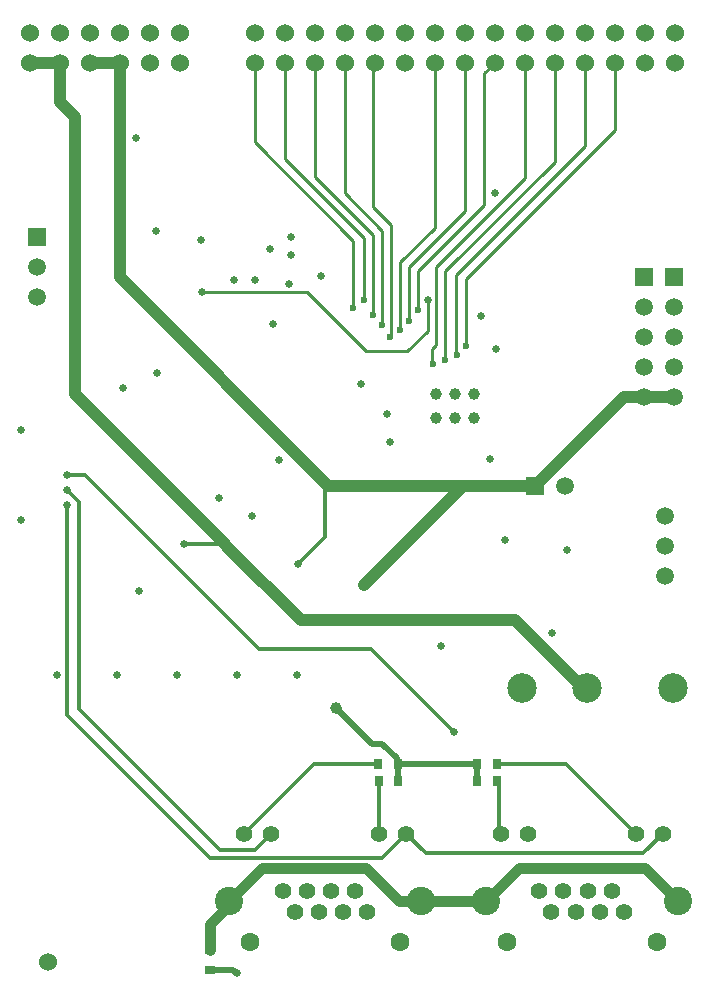
<source format=gbl>
G04*
G04 #@! TF.GenerationSoftware,Altium Limited,Altium Designer,22.4.2 (48)*
G04*
G04 Layer_Physical_Order=4*
G04 Layer_Color=16711680*
%FSLAX25Y25*%
%MOIN*%
G70*
G04*
G04 #@! TF.SameCoordinates,FE8C8ECF-970F-4C2D-9C15-E43E087C2527*
G04*
G04*
G04 #@! TF.FilePolarity,Positive*
G04*
G01*
G75*
%ADD10C,0.02000*%
%ADD19C,0.01000*%
%ADD33R,0.03347X0.02756*%
%ADD67C,0.01200*%
%ADD68C,0.04000*%
%ADD69C,0.09843*%
%ADD70C,0.05906*%
%ADD71R,0.05906X0.05906*%
%ADD72R,0.05906X0.05906*%
%ADD73C,0.06000*%
%ADD74C,0.05512*%
%ADD75C,0.09449*%
%ADD76C,0.06299*%
%ADD77C,0.02559*%
%ADD78C,0.03937*%
%ADD79C,0.02362*%
%ADD80R,0.02756X0.03347*%
%ADD81C,0.03500*%
D10*
X223500Y188000D02*
X227000D01*
X231870Y181628D02*
Y183130D01*
X227000Y188000D02*
X231870Y183130D01*
Y181628D02*
X232248Y181250D01*
X211500Y200000D02*
X223500Y188000D01*
X169500Y112752D02*
X177097D01*
X178349Y111500D01*
X178500D01*
X258752Y175500D02*
Y181250D01*
X232260Y175512D02*
Y181238D01*
X232248Y181250D02*
X232260Y181238D01*
Y175512D02*
X232272Y175500D01*
X232248Y181250D02*
X258752D01*
D19*
X235306Y318819D02*
X242150Y325663D01*
X245000Y321000D02*
Y347000D01*
X243739Y319739D02*
X245000Y321000D01*
X242150Y331050D02*
X242192Y331092D01*
X245000Y347000D02*
X274500Y376500D01*
X242150Y325663D02*
Y331050D01*
X242192Y331092D02*
Y335808D01*
X221706Y318819D02*
X235306D01*
X202025Y338500D02*
X221706Y318819D01*
X167000Y338500D02*
X202025D01*
X255000Y320500D02*
Y343000D01*
X243739Y314761D02*
Y319739D01*
Y314761D02*
X244000Y314500D01*
X248000Y316000D02*
Y345500D01*
X284500Y382000D01*
X251739Y317761D02*
X252000Y317500D01*
X251739Y317761D02*
Y318587D01*
X251559Y318767D02*
X251739Y318587D01*
X251559Y318767D02*
Y344343D01*
X255000Y343000D02*
X304500Y392500D01*
X233000Y348500D02*
X244500Y360000D01*
X236000Y329000D02*
Y347000D01*
X233000Y326000D02*
Y348500D01*
X239000Y332500D02*
Y345500D01*
X261000Y367500D01*
X221000Y336000D02*
Y356500D01*
X229761Y323761D02*
Y324528D01*
X229500Y323500D02*
X229761Y323761D01*
Y324528D02*
X230000Y324767D01*
Y361000D01*
X227000Y327500D02*
Y359000D01*
X224000Y331000D02*
Y357500D01*
X194500Y383000D02*
X221000Y356500D01*
X204500Y377000D02*
X224000Y357500D01*
X214500Y371500D02*
X227000Y359000D01*
X217260Y333198D02*
Y355740D01*
X224000Y367000D02*
X230000Y361000D01*
X251559Y344343D02*
X294500Y387284D01*
X236000Y347000D02*
X254500Y365500D01*
X244500Y360000D02*
Y415000D01*
X254500Y365500D02*
Y415000D01*
X261000Y367500D02*
Y411500D01*
X224000Y367000D02*
Y414500D01*
X184500Y388500D02*
X217260Y355740D01*
X184500Y388500D02*
Y415000D01*
X194500Y383000D02*
Y415000D01*
X204500Y377000D02*
Y415000D01*
X261000Y411500D02*
X264500Y415000D01*
X224000Y414500D02*
X224500Y415000D01*
X214500Y371500D02*
Y415000D01*
X274500Y376500D02*
Y415000D01*
X284500Y382000D02*
Y415000D01*
X294500Y387284D02*
Y415000D01*
X304500Y392500D02*
Y415000D01*
D33*
X169500Y112752D02*
D03*
Y119248D02*
D03*
D67*
X208000Y257000D02*
Y273000D01*
X199000Y248000D02*
X208000Y257000D01*
Y273000D02*
X209000Y274000D01*
X225856Y158065D02*
X225937Y157984D01*
X225776Y175500D02*
X225856Y175419D01*
Y158065D02*
Y175419D01*
X204203Y181250D02*
X225752D01*
X180937Y157984D02*
X204203Y181250D01*
X265843Y158579D02*
Y174906D01*
X265248Y175500D02*
X265843Y174906D01*
Y158579D02*
X266437Y157984D01*
X313968Y151500D02*
X320453Y157984D01*
X241437Y151500D02*
X313968D01*
X234953Y157984D02*
X241437Y151500D01*
X184468Y152500D02*
X189953Y157984D01*
X173000Y152500D02*
X184468D01*
X126000Y199500D02*
X173000Y152500D01*
X126000Y199500D02*
Y268500D01*
X122000Y197500D02*
Y267500D01*
Y197500D02*
X169500Y150000D01*
X226969D01*
X234953Y157984D01*
X122000Y272500D02*
X126000Y268500D01*
X288296Y181125D02*
X311437Y157984D01*
X265248Y181250D02*
X265373Y181125D01*
X288296D01*
X128000Y277500D02*
X186000Y219500D01*
X223385D01*
X122000Y277500D02*
X128000D01*
X223385Y219500D02*
X250940Y191945D01*
X161000Y254500D02*
X174500D01*
X175250Y253750D01*
D68*
X209000Y274000D02*
X253825D01*
X220926Y241101D02*
X253825Y274000D01*
X278000D01*
X271303Y229197D02*
X295500Y205000D01*
X199803Y229197D02*
X271303D01*
X139500Y343500D02*
Y415000D01*
Y343500D02*
X209000Y274000D01*
X314356Y303500D02*
X324356D01*
X278000Y274000D02*
X307500Y303500D01*
X314356D01*
X175250Y253750D02*
X199803Y229197D01*
X124500Y304500D02*
X174500Y254500D01*
X109500Y415000D02*
X119500D01*
Y402000D02*
X124500Y397000D01*
Y304500D02*
Y397000D01*
X119500Y402000D02*
Y415000D01*
X129500D02*
X139500D01*
D69*
X295260Y206500D02*
D03*
X273606D02*
D03*
X324000D02*
D03*
D70*
X321285Y264000D02*
D03*
Y254000D02*
D03*
Y244000D02*
D03*
X288000Y274000D02*
D03*
X314356Y303500D02*
D03*
X324356D02*
D03*
X314356Y313500D02*
D03*
X324356D02*
D03*
Y323500D02*
D03*
X314356Y333500D02*
D03*
X324356D02*
D03*
X314356Y323500D02*
D03*
X112000Y347000D02*
D03*
Y337000D02*
D03*
D71*
X278000Y274000D02*
D03*
D72*
X314356Y343500D02*
D03*
X324356D02*
D03*
X112000Y357000D02*
D03*
D73*
X109500Y425000D02*
D03*
X119500D02*
D03*
X129500D02*
D03*
X139500D02*
D03*
X149500D02*
D03*
X159500D02*
D03*
Y415000D02*
D03*
X149500D02*
D03*
X109500D02*
D03*
X119500D02*
D03*
X129500D02*
D03*
X139500D02*
D03*
X234500Y425000D02*
D03*
X244500D02*
D03*
X254500D02*
D03*
X264500D02*
D03*
X274500D02*
D03*
X284500D02*
D03*
X294500D02*
D03*
X304500D02*
D03*
X314500D02*
D03*
X324500D02*
D03*
Y415000D02*
D03*
X314500D02*
D03*
X304500D02*
D03*
X294500D02*
D03*
X284500D02*
D03*
X274500D02*
D03*
X264500D02*
D03*
X254500D02*
D03*
X244500D02*
D03*
X234500D02*
D03*
X224500Y425000D02*
D03*
X214500D02*
D03*
X204500D02*
D03*
X194500D02*
D03*
X184500D02*
D03*
X224500Y415000D02*
D03*
X214500D02*
D03*
X204500D02*
D03*
X194500D02*
D03*
X184500D02*
D03*
X115500Y115417D02*
D03*
D74*
X307500Y132000D02*
D03*
X303484Y139008D02*
D03*
X299468Y132000D02*
D03*
X295453Y139008D02*
D03*
X291437Y132000D02*
D03*
X287421Y139008D02*
D03*
X283405Y132000D02*
D03*
X279390Y139008D02*
D03*
X320453Y157984D02*
D03*
X311437D02*
D03*
X275453D02*
D03*
X266437D02*
D03*
X222000Y132000D02*
D03*
X217984Y139008D02*
D03*
X213968Y132000D02*
D03*
X209953Y139008D02*
D03*
X205937Y132000D02*
D03*
X201921Y139008D02*
D03*
X197906Y132000D02*
D03*
X193890Y139008D02*
D03*
X234953Y157984D02*
D03*
X225937D02*
D03*
X189953D02*
D03*
X180937D02*
D03*
D75*
X325433Y135504D02*
D03*
X261457D02*
D03*
X239933D02*
D03*
X175957D02*
D03*
D76*
X318445Y122000D02*
D03*
X268445D02*
D03*
X232945D02*
D03*
X182945D02*
D03*
D77*
X263000Y283000D02*
D03*
X229500Y288500D02*
D03*
X288500Y252500D02*
D03*
X189500Y353000D02*
D03*
X199000Y248000D02*
D03*
X268000Y256000D02*
D03*
X138500Y211000D02*
D03*
X118500D02*
D03*
X158440Y210945D02*
D03*
X178500Y111500D02*
D03*
X146000Y239000D02*
D03*
X198440Y210945D02*
D03*
X283500Y225000D02*
D03*
X184500Y342500D02*
D03*
X220000Y308000D02*
D03*
X196000Y341280D02*
D03*
X190500Y328000D02*
D03*
X167000Y338500D02*
D03*
X166500Y356000D02*
D03*
X260000Y330500D02*
D03*
X246500Y220500D02*
D03*
X177500Y342500D02*
D03*
X250940Y191945D02*
D03*
X178440Y210945D02*
D03*
X264440Y371445D02*
D03*
X196500Y357000D02*
D03*
X242192Y335808D02*
D03*
X265000Y319500D02*
D03*
X122000Y277500D02*
D03*
Y272500D02*
D03*
Y267500D02*
D03*
X161000Y254500D02*
D03*
X151440Y358898D02*
D03*
X144940Y389945D02*
D03*
X152000Y311500D02*
D03*
X183500Y264000D02*
D03*
X140500Y306500D02*
D03*
X172500Y270000D02*
D03*
X228500Y298000D02*
D03*
X192500Y282500D02*
D03*
X106500Y262500D02*
D03*
Y292500D02*
D03*
X206500Y344000D02*
D03*
X196500Y351000D02*
D03*
D78*
X211500Y200000D02*
D03*
X257429Y296500D02*
D03*
X245000Y304500D02*
D03*
X245000Y296500D02*
D03*
X251214D02*
D03*
X220926Y241101D02*
D03*
X257429Y304500D02*
D03*
X251214D02*
D03*
D79*
X255000Y320500D02*
D03*
X248000Y316000D02*
D03*
X252000Y317500D02*
D03*
X244000Y314500D02*
D03*
X236000Y329000D02*
D03*
X239000Y332500D02*
D03*
X233000Y326000D02*
D03*
X221000Y336000D02*
D03*
X229500Y323500D02*
D03*
X227000Y327500D02*
D03*
X224000Y331000D02*
D03*
X217260Y333198D02*
D03*
D80*
X258752Y181250D02*
D03*
X265248D02*
D03*
X258752Y175500D02*
D03*
X265248D02*
D03*
X232272D02*
D03*
X225776D02*
D03*
X232248Y181250D02*
D03*
X225752D02*
D03*
D81*
X272453Y146500D02*
X314437D01*
X261457Y135504D02*
X272453Y146500D01*
X186953D02*
X221500D01*
X232496Y135504D01*
X239933D01*
X175957D02*
X186953Y146500D01*
X169500Y127855D02*
X175957Y134311D01*
X169500Y119248D02*
Y127855D01*
X175957Y134311D02*
Y135504D01*
X314437Y146500D02*
X325433Y135504D01*
X239933D02*
X261457D01*
M02*

</source>
